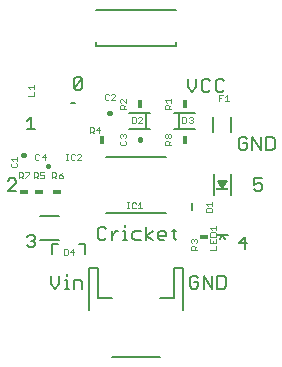
<source format=gto>
G75*
%MOIN*%
%OFA0B0*%
%FSLAX24Y24*%
%IPPOS*%
%LPD*%
%AMOC8*
5,1,8,0,0,1.08239X$1,22.5*
%
%ADD10C,0.0080*%
%ADD11C,0.0060*%
%ADD12R,0.0100X0.0250*%
%ADD13C,0.0040*%
%ADD14C,0.0050*%
%ADD15R,0.0394X0.0079*%
%ADD16R,0.0160X0.0280*%
%ADD17R,0.0280X0.0160*%
%ADD18C,0.0160*%
D10*
X003345Y002860D02*
X003485Y002720D01*
X003625Y002860D01*
X003625Y003140D01*
X003805Y003000D02*
X003875Y003000D01*
X003875Y002720D01*
X003805Y002720D02*
X003946Y002720D01*
X004112Y002720D02*
X004112Y003000D01*
X004323Y003000D01*
X004393Y002930D01*
X004393Y002720D01*
X004920Y002405D02*
X004920Y003389D01*
X004605Y003389D01*
X004605Y002011D01*
X004920Y002405D02*
X005393Y002405D01*
X003875Y003140D02*
X003875Y003210D01*
X003345Y003140D02*
X003345Y002860D01*
X002743Y004095D02*
X002603Y004095D01*
X002533Y004165D01*
X002673Y004305D02*
X002743Y004305D01*
X002813Y004235D01*
X002813Y004165D01*
X002743Y004095D01*
X002743Y004305D02*
X002813Y004375D01*
X002813Y004445D01*
X002743Y004515D01*
X002603Y004515D01*
X002533Y004445D01*
X002990Y004349D02*
X003620Y004349D01*
X003620Y005136D02*
X002990Y005136D01*
X002188Y005970D02*
X001908Y005970D01*
X002188Y006250D01*
X002188Y006320D01*
X002118Y006390D01*
X001978Y006390D01*
X001908Y006320D01*
X002533Y008033D02*
X002813Y008033D01*
X002673Y008033D02*
X002673Y008453D01*
X002533Y008313D01*
X004095Y009415D02*
X004165Y009345D01*
X004305Y009345D01*
X004375Y009415D01*
X004375Y009695D01*
X004095Y009415D01*
X004095Y009695D01*
X004165Y009765D01*
X004305Y009765D01*
X004375Y009695D01*
X004841Y010808D02*
X007519Y010808D01*
X007519Y010938D01*
X007519Y012001D02*
X004841Y012001D01*
X004841Y010938D02*
X004841Y010808D01*
X005951Y008561D02*
X006502Y008561D01*
X006502Y008049D01*
X005951Y008049D01*
X006502Y008049D02*
X006659Y008049D01*
X006659Y008561D02*
X006502Y008561D01*
X007451Y008561D02*
X007608Y008561D01*
X007608Y008049D01*
X008159Y008049D01*
X008159Y008561D02*
X007608Y008561D01*
X007608Y008049D02*
X007451Y008049D01*
X008755Y007930D02*
X008755Y008430D01*
X009355Y008430D02*
X009355Y007930D01*
X009595Y007695D02*
X009595Y007415D01*
X009665Y007345D01*
X009805Y007345D01*
X009875Y007415D01*
X009875Y007555D01*
X009735Y007555D01*
X009595Y007695D02*
X009665Y007765D01*
X009805Y007765D01*
X009875Y007695D01*
X010055Y007765D02*
X010055Y007345D01*
X010336Y007345D02*
X010336Y007765D01*
X010516Y007765D02*
X010726Y007765D01*
X010796Y007695D01*
X010796Y007415D01*
X010726Y007345D01*
X010516Y007345D01*
X010516Y007765D01*
X010336Y007345D02*
X010055Y007765D01*
X009331Y006524D02*
X009331Y005836D01*
X009055Y006062D02*
X009212Y006298D01*
X008898Y006298D01*
X009055Y006062D01*
X009055Y006141D02*
X009134Y006259D01*
X008976Y006259D01*
X009055Y006141D01*
X009051Y006146D02*
X009059Y006146D01*
X009111Y006225D02*
X008999Y006225D01*
X008779Y006524D02*
X008779Y005836D01*
X010095Y006040D02*
X010165Y005970D01*
X010305Y005970D01*
X010375Y006040D01*
X010375Y006180D01*
X010305Y006250D01*
X010235Y006250D01*
X010095Y006180D01*
X010095Y006390D01*
X010375Y006390D01*
X009805Y004453D02*
X009595Y004243D01*
X009875Y004243D01*
X009805Y004033D02*
X009805Y004453D01*
X009236Y004497D02*
X009055Y004497D01*
X009147Y004375D01*
X009055Y004497D02*
X008874Y004497D01*
X008969Y004375D02*
X009045Y004491D01*
X009101Y003140D02*
X008891Y003140D01*
X008891Y002720D01*
X009101Y002720D01*
X009171Y002790D01*
X009171Y003070D01*
X009101Y003140D01*
X008711Y003140D02*
X008711Y002720D01*
X008430Y003140D01*
X008430Y002720D01*
X008250Y002790D02*
X008250Y002930D01*
X008110Y002930D01*
X007970Y002790D02*
X008040Y002720D01*
X008180Y002720D01*
X008250Y002790D01*
X007970Y002790D02*
X007970Y003070D01*
X008040Y003140D01*
X008180Y003140D01*
X008250Y003070D01*
X007755Y003389D02*
X007440Y003389D01*
X007440Y002405D01*
X006967Y002405D01*
X007755Y002011D02*
X007755Y003389D01*
X007503Y004345D02*
X007433Y004415D01*
X007433Y004695D01*
X007363Y004625D02*
X007503Y004625D01*
X007183Y004555D02*
X007183Y004485D01*
X006903Y004485D01*
X006903Y004415D02*
X006903Y004555D01*
X006973Y004625D01*
X007113Y004625D01*
X007183Y004555D01*
X007113Y004345D02*
X006973Y004345D01*
X006903Y004415D01*
X006729Y004345D02*
X006519Y004485D01*
X006729Y004625D01*
X006519Y004765D02*
X006519Y004345D01*
X006339Y004345D02*
X006129Y004345D01*
X006058Y004415D01*
X006058Y004555D01*
X006129Y004625D01*
X006339Y004625D01*
X005822Y004625D02*
X005822Y004345D01*
X005752Y004345D02*
X005892Y004345D01*
X005822Y004625D02*
X005752Y004625D01*
X005822Y004765D02*
X005822Y004835D01*
X005578Y004625D02*
X005508Y004625D01*
X005368Y004485D01*
X005368Y004345D02*
X005368Y004625D01*
X005188Y004695D02*
X005118Y004765D01*
X004978Y004765D01*
X004908Y004695D01*
X004908Y004415D01*
X004978Y004345D01*
X005118Y004345D01*
X005188Y004415D01*
X005393Y000436D02*
X006967Y000436D01*
X008048Y009283D02*
X008188Y009423D01*
X008188Y009703D01*
X008368Y009633D02*
X008368Y009353D01*
X008438Y009283D01*
X008578Y009283D01*
X008648Y009353D01*
X008828Y009353D02*
X008898Y009283D01*
X009038Y009283D01*
X009109Y009353D01*
X008828Y009353D02*
X008828Y009633D01*
X008898Y009703D01*
X009038Y009703D01*
X009109Y009633D01*
X008648Y009633D02*
X008578Y009703D01*
X008438Y009703D01*
X008368Y009633D01*
X008048Y009283D02*
X007908Y009423D01*
X007908Y009703D01*
D11*
X007190Y007110D02*
X005180Y007110D01*
X005180Y005250D02*
X007190Y005250D01*
X004490Y004190D02*
X004490Y003870D01*
X004490Y004190D02*
X004270Y004190D01*
X003590Y004190D02*
X003370Y004190D01*
X003370Y003870D01*
D12*
X008030Y005430D03*
D13*
X008497Y005363D02*
X008497Y005263D01*
X008698Y005263D01*
X008698Y005363D01*
X008664Y005396D01*
X008531Y005396D01*
X008497Y005363D01*
X008564Y005483D02*
X008497Y005550D01*
X008698Y005550D01*
X008698Y005483D02*
X008698Y005617D01*
X008848Y004809D02*
X008848Y004675D01*
X008848Y004742D02*
X008647Y004742D01*
X008714Y004675D01*
X008681Y004588D02*
X008647Y004555D01*
X008647Y004454D01*
X008848Y004454D01*
X008848Y004555D01*
X008814Y004588D01*
X008681Y004588D01*
X008647Y004367D02*
X008647Y004233D01*
X008848Y004233D01*
X008848Y004367D01*
X008747Y004300D02*
X008747Y004233D01*
X008848Y004146D02*
X008848Y004013D01*
X008647Y004013D01*
X008223Y004013D02*
X008022Y004013D01*
X008022Y004113D01*
X008056Y004146D01*
X008122Y004146D01*
X008156Y004113D01*
X008156Y004013D01*
X008156Y004079D02*
X008223Y004146D01*
X008189Y004233D02*
X008223Y004267D01*
X008223Y004334D01*
X008189Y004367D01*
X008156Y004367D01*
X008122Y004334D01*
X008122Y004300D01*
X008122Y004334D02*
X008089Y004367D01*
X008056Y004367D01*
X008022Y004334D01*
X008022Y004267D01*
X008056Y004233D01*
X006389Y005388D02*
X006256Y005388D01*
X006323Y005388D02*
X006323Y005588D01*
X006256Y005521D01*
X006168Y005554D02*
X006135Y005588D01*
X006068Y005588D01*
X006035Y005554D01*
X006035Y005421D01*
X006068Y005388D01*
X006135Y005388D01*
X006168Y005421D01*
X005954Y005388D02*
X005888Y005388D01*
X005921Y005388D02*
X005921Y005588D01*
X005888Y005588D02*
X005954Y005588D01*
X004353Y007013D02*
X004220Y007013D01*
X004353Y007146D01*
X004353Y007179D01*
X004320Y007213D01*
X004253Y007213D01*
X004220Y007179D01*
X004132Y007179D02*
X004099Y007213D01*
X004032Y007213D01*
X003999Y007179D01*
X003999Y007046D01*
X004032Y007013D01*
X004099Y007013D01*
X004132Y007046D01*
X003918Y007013D02*
X003852Y007013D01*
X003885Y007013D02*
X003885Y007213D01*
X003852Y007213D02*
X003918Y007213D01*
X003742Y006588D02*
X003675Y006554D01*
X003608Y006488D01*
X003709Y006488D01*
X003742Y006454D01*
X003742Y006421D01*
X003709Y006388D01*
X003642Y006388D01*
X003608Y006421D01*
X003608Y006488D01*
X003521Y006488D02*
X003488Y006454D01*
X003388Y006454D01*
X003454Y006454D02*
X003521Y006388D01*
X003521Y006488D02*
X003521Y006554D01*
X003488Y006588D01*
X003388Y006588D01*
X003388Y006388D01*
X003117Y006421D02*
X003084Y006388D01*
X003017Y006388D01*
X002983Y006421D01*
X002983Y006488D02*
X003050Y006521D01*
X003084Y006521D01*
X003117Y006488D01*
X003117Y006421D01*
X002983Y006488D02*
X002983Y006588D01*
X003117Y006588D01*
X002896Y006554D02*
X002896Y006488D01*
X002863Y006454D01*
X002763Y006454D01*
X002829Y006454D02*
X002896Y006388D01*
X002763Y006388D02*
X002763Y006588D01*
X002863Y006588D01*
X002896Y006554D01*
X002617Y006554D02*
X002483Y006421D01*
X002483Y006388D01*
X002396Y006388D02*
X002329Y006454D01*
X002363Y006454D02*
X002263Y006454D01*
X002263Y006388D02*
X002263Y006588D01*
X002363Y006588D01*
X002396Y006554D01*
X002396Y006488D01*
X002363Y006454D01*
X002483Y006588D02*
X002617Y006588D01*
X002617Y006554D01*
X002223Y006796D02*
X002223Y006863D01*
X002189Y006896D01*
X002223Y006983D02*
X002223Y007117D01*
X002223Y007050D02*
X002022Y007050D01*
X002089Y006983D01*
X002056Y006896D02*
X002022Y006863D01*
X002022Y006796D01*
X002056Y006763D01*
X002189Y006763D01*
X002223Y006796D01*
X002825Y007046D02*
X002858Y007013D01*
X002925Y007013D01*
X002958Y007046D01*
X003046Y007113D02*
X003179Y007113D01*
X003146Y007213D02*
X003046Y007113D01*
X002958Y007179D02*
X002925Y007213D01*
X002858Y007213D01*
X002825Y007179D01*
X002825Y007046D01*
X003146Y007013D02*
X003146Y007213D01*
X004638Y007888D02*
X004638Y008088D01*
X004738Y008088D01*
X004771Y008054D01*
X004771Y007988D01*
X004738Y007954D01*
X004638Y007954D01*
X004704Y007954D02*
X004771Y007888D01*
X004858Y007988D02*
X004992Y007988D01*
X004959Y008088D02*
X004858Y007988D01*
X004959Y007888D02*
X004959Y008088D01*
X005647Y007834D02*
X005681Y007867D01*
X005714Y007867D01*
X005747Y007834D01*
X005781Y007867D01*
X005814Y007867D01*
X005848Y007834D01*
X005848Y007767D01*
X005814Y007733D01*
X005814Y007646D02*
X005848Y007613D01*
X005848Y007546D01*
X005814Y007513D01*
X005681Y007513D01*
X005647Y007546D01*
X005647Y007613D01*
X005681Y007646D01*
X005681Y007733D02*
X005647Y007767D01*
X005647Y007834D01*
X005747Y007834D02*
X005747Y007800D01*
X006038Y008225D02*
X006138Y008225D01*
X006171Y008258D01*
X006171Y008392D01*
X006138Y008425D01*
X006038Y008425D01*
X006038Y008225D01*
X006258Y008225D02*
X006392Y008358D01*
X006392Y008392D01*
X006359Y008425D01*
X006292Y008425D01*
X006258Y008392D01*
X006258Y008225D02*
X006392Y008225D01*
X005848Y008700D02*
X005647Y008700D01*
X005647Y008800D01*
X005681Y008833D01*
X005747Y008833D01*
X005781Y008800D01*
X005781Y008700D01*
X005781Y008767D02*
X005848Y008833D01*
X005848Y008921D02*
X005714Y009054D01*
X005681Y009054D01*
X005647Y009021D01*
X005647Y008954D01*
X005681Y008921D01*
X005492Y009013D02*
X005358Y009013D01*
X005492Y009146D01*
X005492Y009179D01*
X005459Y009213D01*
X005392Y009213D01*
X005358Y009179D01*
X005271Y009179D02*
X005238Y009213D01*
X005171Y009213D01*
X005138Y009179D01*
X005138Y009046D01*
X005171Y009013D01*
X005238Y009013D01*
X005271Y009046D01*
X005848Y009054D02*
X005848Y008921D01*
X007147Y008988D02*
X007348Y008988D01*
X007348Y009054D02*
X007348Y008921D01*
X007348Y008833D02*
X007281Y008767D01*
X007281Y008800D02*
X007281Y008700D01*
X007348Y008700D02*
X007147Y008700D01*
X007147Y008800D01*
X007181Y008833D01*
X007247Y008833D01*
X007281Y008800D01*
X007214Y008921D02*
X007147Y008988D01*
X007725Y008425D02*
X007825Y008425D01*
X007858Y008392D01*
X007858Y008258D01*
X007825Y008225D01*
X007725Y008225D01*
X007725Y008425D01*
X007946Y008392D02*
X007979Y008425D01*
X008046Y008425D01*
X008079Y008392D01*
X008079Y008358D01*
X008046Y008325D01*
X008079Y008292D01*
X008079Y008258D01*
X008046Y008225D01*
X007979Y008225D01*
X007946Y008258D01*
X008013Y008325D02*
X008046Y008325D01*
X007348Y007834D02*
X007348Y007767D01*
X007314Y007733D01*
X007281Y007733D01*
X007247Y007767D01*
X007247Y007834D01*
X007281Y007867D01*
X007314Y007867D01*
X007348Y007834D01*
X007247Y007834D02*
X007214Y007867D01*
X007181Y007867D01*
X007147Y007834D01*
X007147Y007767D01*
X007181Y007733D01*
X007214Y007733D01*
X007247Y007767D01*
X007247Y007646D02*
X007281Y007613D01*
X007281Y007513D01*
X007281Y007579D02*
X007348Y007646D01*
X007247Y007646D02*
X007181Y007646D01*
X007147Y007613D01*
X007147Y007513D01*
X007348Y007513D01*
X008938Y008963D02*
X008938Y009163D01*
X009071Y009163D01*
X009158Y009096D02*
X009225Y009163D01*
X009225Y008963D01*
X009158Y008963D02*
X009292Y008963D01*
X009004Y009063D02*
X008938Y009063D01*
X004084Y004025D02*
X003983Y003925D01*
X004117Y003925D01*
X004084Y003825D02*
X004084Y004025D01*
X003896Y003992D02*
X003896Y003858D01*
X003863Y003825D01*
X003763Y003825D01*
X003763Y004025D01*
X003863Y004025D01*
X003896Y003992D01*
X002785Y009138D02*
X002585Y009138D01*
X002652Y009358D02*
X002585Y009425D01*
X002785Y009425D01*
X002785Y009358D02*
X002785Y009492D01*
X002785Y009271D02*
X002785Y009138D01*
D14*
X004020Y008897D02*
X004140Y008897D01*
D15*
X009055Y006023D03*
D16*
X007805Y007680D03*
X007805Y008868D03*
X006305Y008868D03*
X005055Y007680D03*
D17*
X003555Y005930D03*
X002930Y005930D03*
X002430Y005930D03*
X008430Y004430D03*
D18*
X006305Y007668D02*
X006305Y007692D01*
X005317Y008555D02*
X005293Y008555D01*
X003243Y006817D02*
X003243Y006793D01*
X002442Y007180D02*
X002418Y007180D01*
M02*

</source>
